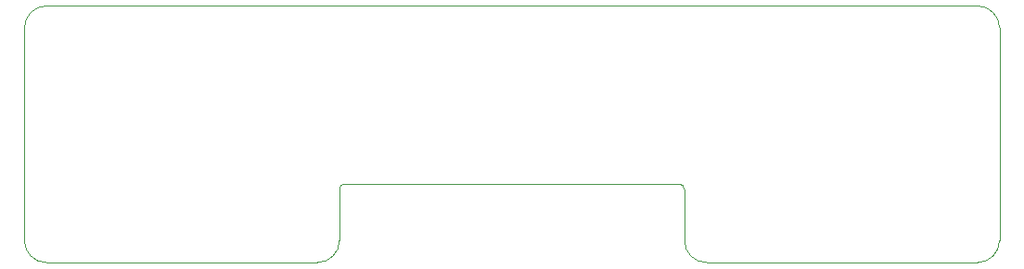
<source format=gko>
G04 Layer_Color=16711935*
%FSLAX44Y44*%
%MOMM*%
G71*
G01*
G75*
%ADD71C,0.0127*%
D71*
X125300Y-73980D02*
G03*
X145300Y-93980I20000J0D01*
G01*
X-209700D02*
G03*
X-189700Y-73980I0J20000D01*
G01*
X392800Y-93980D02*
G03*
X412800Y-73980I0J20000D01*
G01*
Y121020D02*
G03*
X392800Y141020I-20000J0D01*
G01*
X-457200D02*
G03*
X-477200Y121020I0J-20000D01*
G01*
Y-73980D02*
G03*
X-457200Y-93980I20000J0D01*
G01*
X125266Y-27014D02*
G03*
X120266Y-22014I-5000J0D01*
G01*
X-184734D02*
G03*
X-189734Y-27014I0J-5000D01*
G01*
X-457200Y141020D02*
X392800D01*
X145300Y-93980D02*
X392800D01*
X125300Y-73980D02*
Y-31980D01*
X-179700Y-21980D02*
X115300D01*
X-457200Y-93980D02*
X-209700D01*
X412800Y-73980D02*
Y121020D01*
X-477200Y-73980D02*
Y121020D01*
X-189700Y-73980D02*
Y-31980D01*
X-189734Y-74014D02*
Y-27014D01*
X125266Y-74014D02*
Y-27014D01*
X-184734Y-22014D02*
X120266D01*
X125299Y-73979D02*
Y-31979D01*
X-179701Y-21979D02*
X115299D01*
X-189701Y-73979D02*
Y-31979D01*
M02*

</source>
